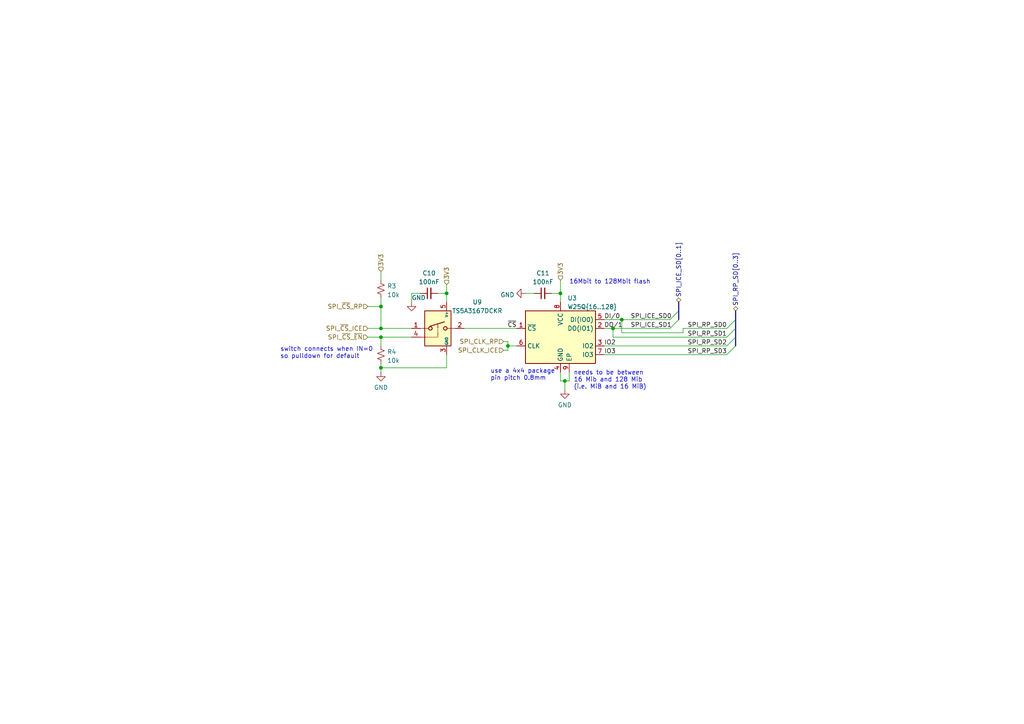
<source format=kicad_sch>
(kicad_sch (version 20211123) (generator eeschema)
  (paper "A4")
  (lib_symbols
    (symbol "Analog_Switch:TS5A3166DCKR" (pin_names (offset 0.127))
      (property "Reference" "U" (at -3.81 6.35 0))
      (property "Value" "TS5A3166DCKR" (at 3.81 -6.35 0))
      (symbol "TS5A3166DCKR_0_1"
        (polyline (pts (xy -5.08 -2.54) (xy -3.302 -2.54)))
        (polyline (pts (xy -3.048 -2.54) (xy -2.794 -2.54)))
        (polyline (pts (xy -2.54 -2.54) (xy -2.286 -2.54)))
        (polyline (pts (xy -2.032 -2.54) (xy -1.778 -2.54)))
        (polyline (pts (xy -1.524 -2.54) (xy -1.27 -2.54)))
        (polyline (pts (xy -1.016 -2.54) (xy -0.762 -2.54)))
        (polyline (pts (xy -0.508 -2.54) (xy -0.254 -2.54)))
        (polyline (pts (xy 0 -2.032) (xy 0 -1.778)))
        (polyline (pts (xy 0 -1.524) (xy 0 -1.27)))
      )
      (symbol "TS5A3166DCKR_1_1"
        (rectangle (start -3.81 5.08) (end 3.81 -5.08) (stroke (width 0.254)) (fill (type background)))
        (circle (center -2.159 0) (radius 0.508) (stroke (width 0.254)))
        (polyline (pts (xy -5.08 0) (xy -2.794 0)))
        (polyline (pts (xy -2.286 0.635) (xy 1.905 1.905)) (stroke (width 0.254)))
        (polyline (pts (xy 0 -2.54) (xy 0 -2.286)))
        (polyline (pts (xy 0 -2.032) (xy 0 -1.778)))
        (polyline (pts (xy 0 -1.524) (xy 0 -1.27)))
        (polyline (pts (xy 0 -1.016) (xy 0 -0.762)))
        (polyline (pts (xy 0 -0.508) (xy 0 -0.254)))
        (polyline (pts (xy 0 0) (xy 0 0.508)))
        (polyline (pts (xy 0 0.254) (xy 0 1.27)))
        (polyline (pts (xy 5.08 0) (xy 2.794 0)))
        (circle (center 2.159 0) (radius 0.508) (stroke (width 0.254)))
        (pin passive line (at -7.62 0 0) (length 2.54) (name "~") (number "1"))
        (pin passive line (at 7.62 0 180) (length 2.54) (name "~") (number "2"))
        (pin power_in line (at 2.54 -7.62 90) (length 2.54) (name "GND") (number "3"))
        (pin input line (at -7.62 -2.54 0) (length 2.54) (name "~") (number "4"))
        (pin power_in line (at 2.54 7.62 270) (length 2.54) (name "V+") (number "5"))
      )
    )
    (symbol "Device:C_Small" (pin_numbers hide) (pin_names (offset 0.254) hide)
      (property "Reference" "C" (at 0.254 1.778 0))
      (property "Value" "C_Small" (at 0.254 -2.032 0))
      (symbol "C_Small_0_1"
        (polyline (pts (xy -1.524 -0.508) (xy 1.524 -0.508)) (stroke (width 0.3302)))
        (polyline (pts (xy -1.524 0.508) (xy 1.524 0.508)) (stroke (width 0.3048)))
      )
      (symbol "C_Small_1_1"
        (pin passive line (at 0 2.54 270) (length 2.032) (name "~") (number "1"))
        (pin passive line (at 0 -2.54 90) (length 2.032) (name "~") (number "2"))
      )
    )
    (symbol "Device:R_Small_US" (pin_numbers hide) (pin_names (offset 0.254) hide)
      (property "Reference" "R" (at 0.762 0.508 0))
      (property "Value" "R_Small_US" (at 0.762 -1.016 0))
      (symbol "R_Small_US_1_1"
        (polyline (pts (xy 0 0) (xy 1.016 -0.381) (xy 0 -0.762) (xy -1.016 -1.143) (xy 0 -1.524)))
        (polyline (pts (xy 0 1.524) (xy 1.016 1.143) (xy 0 0.762) (xy -1.016 0.381) (xy 0 0)))
        (pin passive line (at 0 2.54 270) (length 1.016) (name "~") (number "1"))
        (pin passive line (at 0 -2.54 90) (length 1.016) (name "~") (number "2"))
      )
    )
    (symbol "Memory_Flash:W25Q32JVZP"
      (property "Reference" "U" (at -8.89 8.89 0))
      (property "Value" "W25Q32JVZP" (at 7.62 8.89 0))
      (symbol "W25Q32JVZP_0_1"
        (rectangle (start -10.16 7.62) (end 10.16 -7.62) (stroke (width 0.254)) (fill (type background)))
      )
      (symbol "W25Q32JVZP_1_1"
        (pin input line (at -12.7 2.54 0) (length 2.54) (name "~{CS}") (number "1"))
        (pin bidirectional line (at 12.7 2.54 180) (length 2.54) (name "DO(IO1)") (number "2"))
        (pin bidirectional line (at 12.7 -2.54 180) (length 2.54) (name "IO2") (number "3"))
        (pin power_in line (at 0 -10.16 90) (length 2.54) (name "GND") (number "4"))
        (pin bidirectional line (at 12.7 5.08 180) (length 2.54) (name "DI(IO0)") (number "5"))
        (pin input line (at -12.7 -2.54 0) (length 2.54) (name "CLK") (number "6"))
        (pin bidirectional line (at 12.7 -5.08 180) (length 2.54) (name "IO3") (number "7"))
        (pin power_in line (at 0 10.16 270) (length 2.54) (name "VCC") (number "8"))
        (pin passive line (at 2.54 -10.16 90) (length 2.54) (name "EP") (number "9"))
      )
    )
    (symbol "power:GND" (power) (pin_names (offset 0))
      (property "Value" "GND" (at 0 -3.81 0))
      (symbol "GND_0_1"
        (polyline (pts (xy 0 0) (xy 0 -1.27) (xy 1.27 -1.27) (xy 0 -2.54) (xy -1.27 -1.27) (xy 0 -1.27)))
      )
      (symbol "GND_1_1"
        (pin power_in line (at 0 0 270) (length 0) hide (name "GND") (number "1"))
      )
    )
  )
  (junction (at 110.49 88.9))
  (junction (at 180.34 92.71))
  (junction (at 110.49 95.25))
  (junction (at 110.49 106.68))
  (junction (at 163.83 110.49))
  (junction (at 162.56 85.09))
  (junction (at 177.8 95.25))
  (junction (at 129.54 85.09))
  (junction (at 110.49 97.79))
  (junction (at 147.32 100.33))
  (bus_entry (at 210.82 100.33) (size 2.54 -2.54))
  (bus_entry (at 210.82 97.79) (size 2.54 -2.54))
  (bus_entry (at 210.82 95.25) (size 2.54 -2.54))
  (bus_entry (at 194.31 95.25) (size 2.54 -2.54))
  (bus_entry (at 194.31 92.71) (size 2.54 -2.54))
  (bus_entry (at 210.82 102.87) (size 2.54 -2.54))
  (wire (pts (xy 147.32 100.33) (xy 149.86 100.33)))
  (wire (pts (xy 165.1 107.95) (xy 165.1 110.49)))
  (wire (pts (xy 165.1 110.49) (xy 163.83 110.49)))
  (wire (pts (xy 110.49 88.9) (xy 110.49 95.25)))
  (wire (pts (xy 106.68 88.9) (xy 110.49 88.9)))
  (wire (pts (xy 129.54 106.68) (xy 110.49 106.68)))
  (wire (pts (xy 180.34 96.52) (xy 198.12 96.52)))
  (wire (pts (xy 147.32 101.6) (xy 146.05 101.6)))
  (wire (pts (xy 110.49 106.68) (xy 110.49 107.95)))
  (wire (pts (xy 129.54 82.55) (xy 129.54 85.09)))
  (wire (pts (xy 160.02 85.09) (xy 162.56 85.09)))
  (wire (pts (xy 119.38 85.09) (xy 119.38 87.63)))
  (bus (pts (xy 196.85 87.63) (xy 196.85 90.17)))
  (wire (pts (xy 134.62 95.25) (xy 149.86 95.25)))
  (wire (pts (xy 177.8 97.79) (xy 210.82 97.79)))
  (wire (pts (xy 127 85.09) (xy 129.54 85.09)))
  (bus (pts (xy 213.36 100.33) (xy 213.36 97.79)))
  (wire (pts (xy 177.8 97.79) (xy 177.8 95.25)))
  (bus (pts (xy 196.85 92.71) (xy 196.85 90.17)))
  (wire (pts (xy 152.4 85.09) (xy 154.94 85.09)))
  (wire (pts (xy 180.34 92.71) (xy 194.31 92.71)))
  (wire (pts (xy 110.49 95.25) (xy 106.68 95.25)))
  (wire (pts (xy 175.26 92.71) (xy 180.34 92.71)))
  (wire (pts (xy 162.56 85.09) (xy 162.56 87.63)))
  (wire (pts (xy 121.92 85.09) (xy 119.38 85.09)))
  (wire (pts (xy 198.12 95.25) (xy 210.82 95.25)))
  (wire (pts (xy 110.49 95.25) (xy 119.38 95.25)))
  (wire (pts (xy 180.34 92.71) (xy 180.34 96.52)))
  (wire (pts (xy 175.26 102.87) (xy 210.82 102.87)))
  (wire (pts (xy 147.32 99.06) (xy 147.32 100.33)))
  (wire (pts (xy 110.49 105.41) (xy 110.49 106.68)))
  (wire (pts (xy 162.56 110.49) (xy 162.56 107.95)))
  (wire (pts (xy 177.8 95.25) (xy 194.31 95.25)))
  (wire (pts (xy 110.49 86.36) (xy 110.49 88.9)))
  (wire (pts (xy 146.05 99.06) (xy 147.32 99.06)))
  (wire (pts (xy 110.49 97.79) (xy 119.38 97.79)))
  (wire (pts (xy 163.83 110.49) (xy 163.83 113.03)))
  (wire (pts (xy 175.26 95.25) (xy 177.8 95.25)))
  (wire (pts (xy 175.26 100.33) (xy 210.82 100.33)))
  (wire (pts (xy 129.54 85.09) (xy 129.54 87.63)))
  (wire (pts (xy 110.49 97.79) (xy 110.49 100.33)))
  (wire (pts (xy 129.54 102.87) (xy 129.54 106.68)))
  (wire (pts (xy 106.68 97.79) (xy 110.49 97.79)))
  (wire (pts (xy 163.83 110.49) (xy 162.56 110.49)))
  (wire (pts (xy 147.32 100.33) (xy 147.32 101.6)))
  (wire (pts (xy 162.56 81.28) (xy 162.56 85.09)))
  (wire (pts (xy 110.49 78.74) (xy 110.49 81.28)))
  (bus (pts (xy 213.36 97.79) (xy 213.36 95.25)))
  (bus (pts (xy 213.36 95.25) (xy 213.36 92.71)))
  (wire (pts (xy 198.12 96.52) (xy 198.12 95.25)))
  (bus (pts (xy 213.36 90.17) (xy 213.36 92.71)))
  (text "switch connects when IN=0\nso pulldown for default" (at 81.28 104.14 0) (effects (font (size 1.27 1.27)) (justify left bottom)))
  (text "use a 4x4 package\npin pitch 0.8mm" (at 142.24 110.49 0) (effects (font (size 1.27 1.27)) (justify left bottom)))
  (text "16Mbit to 128Mbit flash" (at 165.1 82.55 0) (effects (font (size 1.27 1.27)) (justify left bottom)))
  (text "needs to be between\n16 Mib and 128 Mib\n(i.e. MiB and 16 MiB)" (at 166.37 113.03 0) (effects (font (size 1.27 1.27)) (justify left bottom)))
  (label "SPI_RP_SD3" (at 199.39 102.87 0))
  (label "IO2" (at 175.26 100.33 0))
  (label "SPI_ICE_SD1" (at 182.88 95.25 0))
  (label "SPI_RP_SD1" (at 199.39 97.79 0))
  (label "DI{slash}0" (at 175.26 92.71 0))
  (label "SPI_RP_SD0" (at 199.39 95.25 0))
  (label "IO3" (at 175.26 102.87 0))
  (label "SPI_RP_SD2" (at 199.39 100.33 0))
  (label "DO{slash}1" (at 175.26 95.25 0))
  (label "SPI_ICE_SD0" (at 182.88 92.71 0))
  (label "~{CS}" (at 149.86 95.25 180))
  (hierarchical_label "3V3" (shape input) (at 110.49 78.74 90))
  (hierarchical_label "3V3" (shape input) (at 129.54 82.55 90))
  (hierarchical_label "SPI_~{CS}_ICE" (shape input) (at 106.68 95.25 180))
  (hierarchical_label "SPI_ICE_SD[0..1]" (shape bidirectional) (at 196.85 87.63 90))
  (hierarchical_label "3V3" (shape input) (at 162.56 81.28 90))
  (hierarchical_label "SPI_~{CS}_~{EN}" (shape input) (at 106.68 97.79 180))
  (hierarchical_label "SPI_~{CS}_RP" (shape input) (at 106.68 88.9 180))
  (hierarchical_label "SPI_CLK_ICE" (shape input) (at 146.05 101.6 180))
  (hierarchical_label "SPI_RP_SD[0..3]" (shape bidirectional) (at 213.36 90.17 90))
  (hierarchical_label "SPI_CLK_RP" (shape input) (at 146.05 99.06 180))
  (symbol (lib_id "Memory_Flash:W25Q32JVZP") (at 162.56 97.79 0) (unit 1)
    (property "Reference" "U3" (at 164.5794 86.4702 0) (effects (justify left)))
    (property "Value" "W25Q{16..128}" (at 164.5794 89.0071 0) (effects (justify left)))
    (property "Footprint" "Package_SON:WSON-8-1EP_4x4mm_P0.8mm_EP1.98x3mm" (effects hide))
    (property "Datasheet" "http://www.winbond.com/resource-files/w25q32jv%20revg%2003272018%20plus.pdf" (effects hide))
  )
  (symbol (lib_id "power:GND") (at 119.38 87.63 0) (unit 1)
    (property "Reference" "#PWR015" (effects hide))
    (property "Value" "GND" (at 119.38 86.36 0) (effects (justify left)))
  )
  (symbol (lib_id "power:GND") (at 110.49 107.95 0) (unit 1)
    (property "Reference" "#PWR014" (effects hide))
    (property "Value" "GND" (at 110.49 112.3934 0))
  )
  (symbol (lib_id "power:GND") (at 152.4 85.09 270) (unit 1)
    (property "Reference" "#PWR016" (effects hide))
    (property "Value" "GND" (at 149.2251 85.5238 90) (effects (justify right)))
  )
  (symbol (lib_id "Device:R_Small_US") (at 110.49 102.87 0) (unit 1)
    (property "Reference" "R4" (at 112.268 102.0353 0) (effects (justify left)))
    (property "Value" "10k" (at 112.268 104.5722 0) (effects (justify left)))
    (property "Footprint" "Resistor_SMD:R_0603_1608Metric" (effects hide))
  )
  (symbol (lib_id "Device:C_Small") (at 124.46 85.09 90) (unit 1)
    (property "Reference" "C10" (at 124.46 79.2312 90))
    (property "Value" "100nF" (at 124.46 81.7681 90))
    (property "Footprint" "Capacitor_SMD:C_0603_1608Metric" (effects hide))
  )
  (symbol (lib_id "power:GND") (at 163.83 113.03 0) (unit 1)
    (property "Reference" "#PWR017" (effects hide))
    (property "Value" "GND" (at 163.83 117.4734 0))
  )
  (symbol (lib_id "Device:R_Small_US") (at 110.49 83.82 0) (unit 1)
    (property "Reference" "R3" (at 112.268 82.9853 0) (effects (justify left)))
    (property "Value" "10k" (at 112.268 85.5222 0) (effects (justify left)))
    (property "Footprint" "Resistor_SMD:R_0603_1608Metric" (effects hide))
  )
  (symbol (lib_id "Analog_Switch:TS5A3166DCKR") (at 127 95.25 0) (unit 1)
    (property "Reference" "U9" (at 138.43 87.63 0))
    (property "Value" "TS5A3167DCKR" (at 138.43 90.1669 0))
    (property "Footprint" "Package_TO_SOT_SMD:SOT-353_SC-70-5" (effects hide))
    (property "Datasheet" " http://www.ti.com/lit/ds/symlink/ts5a3166.pdf" (effects hide))
  )
  (symbol (lib_id "Device:C_Small") (at 157.48 85.09 90) (unit 1)
    (property "Reference" "C11" (at 157.48 79.2312 90))
    (property "Value" "100nF" (at 157.48 81.7681 90))
    (property "Footprint" "Capacitor_SMD:C_0603_1608Metric" (effects hide))
  )
)
</source>
